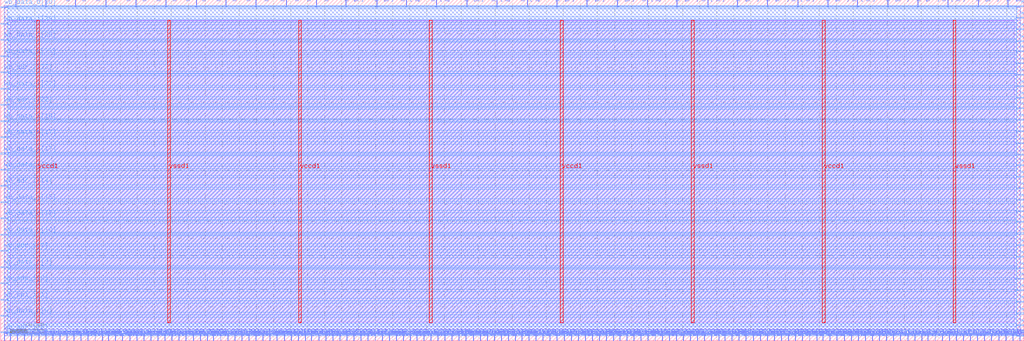
<source format=lef>
VERSION 5.7 ;
  NOWIREEXTENSIONATPIN ON ;
  DIVIDERCHAR "/" ;
  BUSBITCHARS "[]" ;
MACRO Flash
  CLASS BLOCK ;
  FOREIGN Flash ;
  ORIGIN 0.000 0.000 ;
  SIZE 600.000 BY 200.000 ;
  PIN flash_csb
    DIRECTION OUTPUT TRISTATE ;
    USE SIGNAL ;
    PORT
      LAYER met2 ;
        RECT 8.830 196.000 9.110 200.000 ;
    END
  END flash_csb
  PIN flash_io0_read
    DIRECTION INPUT ;
    USE SIGNAL ;
    PORT
      LAYER met2 ;
        RECT 26.310 196.000 26.590 200.000 ;
    END
  END flash_io0_read
  PIN flash_io0_we
    DIRECTION OUTPUT TRISTATE ;
    USE SIGNAL ;
    PORT
      LAYER met2 ;
        RECT 43.790 196.000 44.070 200.000 ;
    END
  END flash_io0_we
  PIN flash_io0_write
    DIRECTION OUTPUT TRISTATE ;
    USE SIGNAL ;
    PORT
      LAYER met2 ;
        RECT 61.730 196.000 62.010 200.000 ;
    END
  END flash_io0_write
  PIN flash_io1_read
    DIRECTION INPUT ;
    USE SIGNAL ;
    PORT
      LAYER met2 ;
        RECT 79.210 196.000 79.490 200.000 ;
    END
  END flash_io1_read
  PIN flash_io1_we
    DIRECTION OUTPUT TRISTATE ;
    USE SIGNAL ;
    PORT
      LAYER met2 ;
        RECT 96.690 196.000 96.970 200.000 ;
    END
  END flash_io1_we
  PIN flash_io1_write
    DIRECTION OUTPUT TRISTATE ;
    USE SIGNAL ;
    PORT
      LAYER met2 ;
        RECT 114.630 196.000 114.910 200.000 ;
    END
  END flash_io1_write
  PIN flash_sck
    DIRECTION OUTPUT TRISTATE ;
    USE SIGNAL ;
    PORT
      LAYER met2 ;
        RECT 132.110 196.000 132.390 200.000 ;
    END
  END flash_sck
  PIN sram_addr0[0]
    DIRECTION OUTPUT TRISTATE ;
    USE SIGNAL ;
    PORT
      LAYER met2 ;
        RECT 22.170 0.000 22.450 4.000 ;
    END
  END sram_addr0[0]
  PIN sram_addr0[1]
    DIRECTION OUTPUT TRISTATE ;
    USE SIGNAL ;
    PORT
      LAYER met2 ;
        RECT 47.010 0.000 47.290 4.000 ;
    END
  END sram_addr0[1]
  PIN sram_addr0[2]
    DIRECTION OUTPUT TRISTATE ;
    USE SIGNAL ;
    PORT
      LAYER met2 ;
        RECT 71.390 0.000 71.670 4.000 ;
    END
  END sram_addr0[2]
  PIN sram_addr0[3]
    DIRECTION OUTPUT TRISTATE ;
    USE SIGNAL ;
    PORT
      LAYER met2 ;
        RECT 96.230 0.000 96.510 4.000 ;
    END
  END sram_addr0[3]
  PIN sram_addr0[4]
    DIRECTION OUTPUT TRISTATE ;
    USE SIGNAL ;
    PORT
      LAYER met2 ;
        RECT 121.070 0.000 121.350 4.000 ;
    END
  END sram_addr0[4]
  PIN sram_addr0[5]
    DIRECTION OUTPUT TRISTATE ;
    USE SIGNAL ;
    PORT
      LAYER met2 ;
        RECT 141.310 0.000 141.590 4.000 ;
    END
  END sram_addr0[5]
  PIN sram_addr0[6]
    DIRECTION OUTPUT TRISTATE ;
    USE SIGNAL ;
    PORT
      LAYER met2 ;
        RECT 162.010 0.000 162.290 4.000 ;
    END
  END sram_addr0[6]
  PIN sram_addr0[7]
    DIRECTION OUTPUT TRISTATE ;
    USE SIGNAL ;
    PORT
      LAYER met2 ;
        RECT 182.250 0.000 182.530 4.000 ;
    END
  END sram_addr0[7]
  PIN sram_addr0[8]
    DIRECTION OUTPUT TRISTATE ;
    USE SIGNAL ;
    PORT
      LAYER met2 ;
        RECT 202.950 0.000 203.230 4.000 ;
    END
  END sram_addr0[8]
  PIN sram_addr1[0]
    DIRECTION OUTPUT TRISTATE ;
    USE SIGNAL ;
    PORT
      LAYER met2 ;
        RECT 26.310 0.000 26.590 4.000 ;
    END
  END sram_addr1[0]
  PIN sram_addr1[1]
    DIRECTION OUTPUT TRISTATE ;
    USE SIGNAL ;
    PORT
      LAYER met2 ;
        RECT 51.150 0.000 51.430 4.000 ;
    END
  END sram_addr1[1]
  PIN sram_addr1[2]
    DIRECTION OUTPUT TRISTATE ;
    USE SIGNAL ;
    PORT
      LAYER met2 ;
        RECT 75.530 0.000 75.810 4.000 ;
    END
  END sram_addr1[2]
  PIN sram_addr1[3]
    DIRECTION OUTPUT TRISTATE ;
    USE SIGNAL ;
    PORT
      LAYER met2 ;
        RECT 100.370 0.000 100.650 4.000 ;
    END
  END sram_addr1[3]
  PIN sram_addr1[4]
    DIRECTION OUTPUT TRISTATE ;
    USE SIGNAL ;
    PORT
      LAYER met2 ;
        RECT 124.750 0.000 125.030 4.000 ;
    END
  END sram_addr1[4]
  PIN sram_addr1[5]
    DIRECTION OUTPUT TRISTATE ;
    USE SIGNAL ;
    PORT
      LAYER met2 ;
        RECT 145.450 0.000 145.730 4.000 ;
    END
  END sram_addr1[5]
  PIN sram_addr1[6]
    DIRECTION OUTPUT TRISTATE ;
    USE SIGNAL ;
    PORT
      LAYER met2 ;
        RECT 166.150 0.000 166.430 4.000 ;
    END
  END sram_addr1[6]
  PIN sram_addr1[7]
    DIRECTION OUTPUT TRISTATE ;
    USE SIGNAL ;
    PORT
      LAYER met2 ;
        RECT 186.390 0.000 186.670 4.000 ;
    END
  END sram_addr1[7]
  PIN sram_addr1[8]
    DIRECTION OUTPUT TRISTATE ;
    USE SIGNAL ;
    PORT
      LAYER met2 ;
        RECT 207.090 0.000 207.370 4.000 ;
    END
  END sram_addr1[8]
  PIN sram_clk0
    DIRECTION OUTPUT TRISTATE ;
    USE SIGNAL ;
    PORT
      LAYER met2 ;
        RECT 1.930 0.000 2.210 4.000 ;
    END
  END sram_clk0
  PIN sram_clk1
    DIRECTION OUTPUT TRISTATE ;
    USE SIGNAL ;
    PORT
      LAYER met2 ;
        RECT 5.610 0.000 5.890 4.000 ;
    END
  END sram_clk1
  PIN sram_csb0
    DIRECTION OUTPUT TRISTATE ;
    USE SIGNAL ;
    PORT
      LAYER met2 ;
        RECT 9.750 0.000 10.030 4.000 ;
    END
  END sram_csb0
  PIN sram_csb1
    DIRECTION OUTPUT TRISTATE ;
    USE SIGNAL ;
    PORT
      LAYER met2 ;
        RECT 13.890 0.000 14.170 4.000 ;
    END
  END sram_csb1
  PIN sram_din0[0]
    DIRECTION OUTPUT TRISTATE ;
    USE SIGNAL ;
    PORT
      LAYER met2 ;
        RECT 30.450 0.000 30.730 4.000 ;
    END
  END sram_din0[0]
  PIN sram_din0[10]
    DIRECTION OUTPUT TRISTATE ;
    USE SIGNAL ;
    PORT
      LAYER met2 ;
        RECT 236.070 0.000 236.350 4.000 ;
    END
  END sram_din0[10]
  PIN sram_din0[11]
    DIRECTION OUTPUT TRISTATE ;
    USE SIGNAL ;
    PORT
      LAYER met2 ;
        RECT 248.030 0.000 248.310 4.000 ;
    END
  END sram_din0[11]
  PIN sram_din0[12]
    DIRECTION OUTPUT TRISTATE ;
    USE SIGNAL ;
    PORT
      LAYER met2 ;
        RECT 260.450 0.000 260.730 4.000 ;
    END
  END sram_din0[12]
  PIN sram_din0[13]
    DIRECTION OUTPUT TRISTATE ;
    USE SIGNAL ;
    PORT
      LAYER met2 ;
        RECT 272.870 0.000 273.150 4.000 ;
    END
  END sram_din0[13]
  PIN sram_din0[14]
    DIRECTION OUTPUT TRISTATE ;
    USE SIGNAL ;
    PORT
      LAYER met2 ;
        RECT 285.290 0.000 285.570 4.000 ;
    END
  END sram_din0[14]
  PIN sram_din0[15]
    DIRECTION OUTPUT TRISTATE ;
    USE SIGNAL ;
    PORT
      LAYER met2 ;
        RECT 297.710 0.000 297.990 4.000 ;
    END
  END sram_din0[15]
  PIN sram_din0[16]
    DIRECTION OUTPUT TRISTATE ;
    USE SIGNAL ;
    PORT
      LAYER met2 ;
        RECT 309.670 0.000 309.950 4.000 ;
    END
  END sram_din0[16]
  PIN sram_din0[17]
    DIRECTION OUTPUT TRISTATE ;
    USE SIGNAL ;
    PORT
      LAYER met2 ;
        RECT 322.090 0.000 322.370 4.000 ;
    END
  END sram_din0[17]
  PIN sram_din0[18]
    DIRECTION OUTPUT TRISTATE ;
    USE SIGNAL ;
    PORT
      LAYER met2 ;
        RECT 334.510 0.000 334.790 4.000 ;
    END
  END sram_din0[18]
  PIN sram_din0[19]
    DIRECTION OUTPUT TRISTATE ;
    USE SIGNAL ;
    PORT
      LAYER met2 ;
        RECT 346.930 0.000 347.210 4.000 ;
    END
  END sram_din0[19]
  PIN sram_din0[1]
    DIRECTION OUTPUT TRISTATE ;
    USE SIGNAL ;
    PORT
      LAYER met2 ;
        RECT 55.290 0.000 55.570 4.000 ;
    END
  END sram_din0[1]
  PIN sram_din0[20]
    DIRECTION OUTPUT TRISTATE ;
    USE SIGNAL ;
    PORT
      LAYER met2 ;
        RECT 359.350 0.000 359.630 4.000 ;
    END
  END sram_din0[20]
  PIN sram_din0[21]
    DIRECTION OUTPUT TRISTATE ;
    USE SIGNAL ;
    PORT
      LAYER met2 ;
        RECT 371.310 0.000 371.590 4.000 ;
    END
  END sram_din0[21]
  PIN sram_din0[22]
    DIRECTION OUTPUT TRISTATE ;
    USE SIGNAL ;
    PORT
      LAYER met2 ;
        RECT 383.730 0.000 384.010 4.000 ;
    END
  END sram_din0[22]
  PIN sram_din0[23]
    DIRECTION OUTPUT TRISTATE ;
    USE SIGNAL ;
    PORT
      LAYER met2 ;
        RECT 396.150 0.000 396.430 4.000 ;
    END
  END sram_din0[23]
  PIN sram_din0[24]
    DIRECTION OUTPUT TRISTATE ;
    USE SIGNAL ;
    PORT
      LAYER met2 ;
        RECT 408.570 0.000 408.850 4.000 ;
    END
  END sram_din0[24]
  PIN sram_din0[25]
    DIRECTION OUTPUT TRISTATE ;
    USE SIGNAL ;
    PORT
      LAYER met2 ;
        RECT 420.990 0.000 421.270 4.000 ;
    END
  END sram_din0[25]
  PIN sram_din0[26]
    DIRECTION OUTPUT TRISTATE ;
    USE SIGNAL ;
    PORT
      LAYER met2 ;
        RECT 432.950 0.000 433.230 4.000 ;
    END
  END sram_din0[26]
  PIN sram_din0[27]
    DIRECTION OUTPUT TRISTATE ;
    USE SIGNAL ;
    PORT
      LAYER met2 ;
        RECT 445.370 0.000 445.650 4.000 ;
    END
  END sram_din0[27]
  PIN sram_din0[28]
    DIRECTION OUTPUT TRISTATE ;
    USE SIGNAL ;
    PORT
      LAYER met2 ;
        RECT 457.790 0.000 458.070 4.000 ;
    END
  END sram_din0[28]
  PIN sram_din0[29]
    DIRECTION OUTPUT TRISTATE ;
    USE SIGNAL ;
    PORT
      LAYER met2 ;
        RECT 470.210 0.000 470.490 4.000 ;
    END
  END sram_din0[29]
  PIN sram_din0[2]
    DIRECTION OUTPUT TRISTATE ;
    USE SIGNAL ;
    PORT
      LAYER met2 ;
        RECT 79.670 0.000 79.950 4.000 ;
    END
  END sram_din0[2]
  PIN sram_din0[30]
    DIRECTION OUTPUT TRISTATE ;
    USE SIGNAL ;
    PORT
      LAYER met2 ;
        RECT 482.170 0.000 482.450 4.000 ;
    END
  END sram_din0[30]
  PIN sram_din0[31]
    DIRECTION OUTPUT TRISTATE ;
    USE SIGNAL ;
    PORT
      LAYER met2 ;
        RECT 494.590 0.000 494.870 4.000 ;
    END
  END sram_din0[31]
  PIN sram_din0[3]
    DIRECTION OUTPUT TRISTATE ;
    USE SIGNAL ;
    PORT
      LAYER met2 ;
        RECT 104.510 0.000 104.790 4.000 ;
    END
  END sram_din0[3]
  PIN sram_din0[4]
    DIRECTION OUTPUT TRISTATE ;
    USE SIGNAL ;
    PORT
      LAYER met2 ;
        RECT 128.890 0.000 129.170 4.000 ;
    END
  END sram_din0[4]
  PIN sram_din0[5]
    DIRECTION OUTPUT TRISTATE ;
    USE SIGNAL ;
    PORT
      LAYER met2 ;
        RECT 149.590 0.000 149.870 4.000 ;
    END
  END sram_din0[5]
  PIN sram_din0[6]
    DIRECTION OUTPUT TRISTATE ;
    USE SIGNAL ;
    PORT
      LAYER met2 ;
        RECT 170.290 0.000 170.570 4.000 ;
    END
  END sram_din0[6]
  PIN sram_din0[7]
    DIRECTION OUTPUT TRISTATE ;
    USE SIGNAL ;
    PORT
      LAYER met2 ;
        RECT 190.530 0.000 190.810 4.000 ;
    END
  END sram_din0[7]
  PIN sram_din0[8]
    DIRECTION OUTPUT TRISTATE ;
    USE SIGNAL ;
    PORT
      LAYER met2 ;
        RECT 211.230 0.000 211.510 4.000 ;
    END
  END sram_din0[8]
  PIN sram_din0[9]
    DIRECTION OUTPUT TRISTATE ;
    USE SIGNAL ;
    PORT
      LAYER met2 ;
        RECT 223.650 0.000 223.930 4.000 ;
    END
  END sram_din0[9]
  PIN sram_dout0[0]
    DIRECTION INPUT ;
    USE SIGNAL ;
    PORT
      LAYER met2 ;
        RECT 34.590 0.000 34.870 4.000 ;
    END
  END sram_dout0[0]
  PIN sram_dout0[10]
    DIRECTION INPUT ;
    USE SIGNAL ;
    PORT
      LAYER met2 ;
        RECT 240.210 0.000 240.490 4.000 ;
    END
  END sram_dout0[10]
  PIN sram_dout0[11]
    DIRECTION INPUT ;
    USE SIGNAL ;
    PORT
      LAYER met2 ;
        RECT 252.170 0.000 252.450 4.000 ;
    END
  END sram_dout0[11]
  PIN sram_dout0[12]
    DIRECTION INPUT ;
    USE SIGNAL ;
    PORT
      LAYER met2 ;
        RECT 264.590 0.000 264.870 4.000 ;
    END
  END sram_dout0[12]
  PIN sram_dout0[13]
    DIRECTION INPUT ;
    USE SIGNAL ;
    PORT
      LAYER met2 ;
        RECT 277.010 0.000 277.290 4.000 ;
    END
  END sram_dout0[13]
  PIN sram_dout0[14]
    DIRECTION INPUT ;
    USE SIGNAL ;
    PORT
      LAYER met2 ;
        RECT 289.430 0.000 289.710 4.000 ;
    END
  END sram_dout0[14]
  PIN sram_dout0[15]
    DIRECTION INPUT ;
    USE SIGNAL ;
    PORT
      LAYER met2 ;
        RECT 301.850 0.000 302.130 4.000 ;
    END
  END sram_dout0[15]
  PIN sram_dout0[16]
    DIRECTION INPUT ;
    USE SIGNAL ;
    PORT
      LAYER met2 ;
        RECT 313.810 0.000 314.090 4.000 ;
    END
  END sram_dout0[16]
  PIN sram_dout0[17]
    DIRECTION INPUT ;
    USE SIGNAL ;
    PORT
      LAYER met2 ;
        RECT 326.230 0.000 326.510 4.000 ;
    END
  END sram_dout0[17]
  PIN sram_dout0[18]
    DIRECTION INPUT ;
    USE SIGNAL ;
    PORT
      LAYER met2 ;
        RECT 338.650 0.000 338.930 4.000 ;
    END
  END sram_dout0[18]
  PIN sram_dout0[19]
    DIRECTION INPUT ;
    USE SIGNAL ;
    PORT
      LAYER met2 ;
        RECT 351.070 0.000 351.350 4.000 ;
    END
  END sram_dout0[19]
  PIN sram_dout0[1]
    DIRECTION INPUT ;
    USE SIGNAL ;
    PORT
      LAYER met2 ;
        RECT 59.430 0.000 59.710 4.000 ;
    END
  END sram_dout0[1]
  PIN sram_dout0[20]
    DIRECTION INPUT ;
    USE SIGNAL ;
    PORT
      LAYER met2 ;
        RECT 363.030 0.000 363.310 4.000 ;
    END
  END sram_dout0[20]
  PIN sram_dout0[21]
    DIRECTION INPUT ;
    USE SIGNAL ;
    PORT
      LAYER met2 ;
        RECT 375.450 0.000 375.730 4.000 ;
    END
  END sram_dout0[21]
  PIN sram_dout0[22]
    DIRECTION INPUT ;
    USE SIGNAL ;
    PORT
      LAYER met2 ;
        RECT 387.870 0.000 388.150 4.000 ;
    END
  END sram_dout0[22]
  PIN sram_dout0[23]
    DIRECTION INPUT ;
    USE SIGNAL ;
    PORT
      LAYER met2 ;
        RECT 400.290 0.000 400.570 4.000 ;
    END
  END sram_dout0[23]
  PIN sram_dout0[24]
    DIRECTION INPUT ;
    USE SIGNAL ;
    PORT
      LAYER met2 ;
        RECT 412.710 0.000 412.990 4.000 ;
    END
  END sram_dout0[24]
  PIN sram_dout0[25]
    DIRECTION INPUT ;
    USE SIGNAL ;
    PORT
      LAYER met2 ;
        RECT 424.670 0.000 424.950 4.000 ;
    END
  END sram_dout0[25]
  PIN sram_dout0[26]
    DIRECTION INPUT ;
    USE SIGNAL ;
    PORT
      LAYER met2 ;
        RECT 437.090 0.000 437.370 4.000 ;
    END
  END sram_dout0[26]
  PIN sram_dout0[27]
    DIRECTION INPUT ;
    USE SIGNAL ;
    PORT
      LAYER met2 ;
        RECT 449.510 0.000 449.790 4.000 ;
    END
  END sram_dout0[27]
  PIN sram_dout0[28]
    DIRECTION INPUT ;
    USE SIGNAL ;
    PORT
      LAYER met2 ;
        RECT 461.930 0.000 462.210 4.000 ;
    END
  END sram_dout0[28]
  PIN sram_dout0[29]
    DIRECTION INPUT ;
    USE SIGNAL ;
    PORT
      LAYER met2 ;
        RECT 474.350 0.000 474.630 4.000 ;
    END
  END sram_dout0[29]
  PIN sram_dout0[2]
    DIRECTION INPUT ;
    USE SIGNAL ;
    PORT
      LAYER met2 ;
        RECT 83.810 0.000 84.090 4.000 ;
    END
  END sram_dout0[2]
  PIN sram_dout0[30]
    DIRECTION INPUT ;
    USE SIGNAL ;
    PORT
      LAYER met2 ;
        RECT 486.310 0.000 486.590 4.000 ;
    END
  END sram_dout0[30]
  PIN sram_dout0[31]
    DIRECTION INPUT ;
    USE SIGNAL ;
    PORT
      LAYER met2 ;
        RECT 498.730 0.000 499.010 4.000 ;
    END
  END sram_dout0[31]
  PIN sram_dout0[3]
    DIRECTION INPUT ;
    USE SIGNAL ;
    PORT
      LAYER met2 ;
        RECT 108.650 0.000 108.930 4.000 ;
    END
  END sram_dout0[3]
  PIN sram_dout0[4]
    DIRECTION INPUT ;
    USE SIGNAL ;
    PORT
      LAYER met2 ;
        RECT 133.030 0.000 133.310 4.000 ;
    END
  END sram_dout0[4]
  PIN sram_dout0[5]
    DIRECTION INPUT ;
    USE SIGNAL ;
    PORT
      LAYER met2 ;
        RECT 153.730 0.000 154.010 4.000 ;
    END
  END sram_dout0[5]
  PIN sram_dout0[6]
    DIRECTION INPUT ;
    USE SIGNAL ;
    PORT
      LAYER met2 ;
        RECT 174.430 0.000 174.710 4.000 ;
    END
  END sram_dout0[6]
  PIN sram_dout0[7]
    DIRECTION INPUT ;
    USE SIGNAL ;
    PORT
      LAYER met2 ;
        RECT 194.670 0.000 194.950 4.000 ;
    END
  END sram_dout0[7]
  PIN sram_dout0[8]
    DIRECTION INPUT ;
    USE SIGNAL ;
    PORT
      LAYER met2 ;
        RECT 215.370 0.000 215.650 4.000 ;
    END
  END sram_dout0[8]
  PIN sram_dout0[9]
    DIRECTION INPUT ;
    USE SIGNAL ;
    PORT
      LAYER met2 ;
        RECT 227.790 0.000 228.070 4.000 ;
    END
  END sram_dout0[9]
  PIN sram_dout1[0]
    DIRECTION INPUT ;
    USE SIGNAL ;
    PORT
      LAYER met2 ;
        RECT 38.730 0.000 39.010 4.000 ;
    END
  END sram_dout1[0]
  PIN sram_dout1[10]
    DIRECTION INPUT ;
    USE SIGNAL ;
    PORT
      LAYER met2 ;
        RECT 243.890 0.000 244.170 4.000 ;
    END
  END sram_dout1[10]
  PIN sram_dout1[11]
    DIRECTION INPUT ;
    USE SIGNAL ;
    PORT
      LAYER met2 ;
        RECT 256.310 0.000 256.590 4.000 ;
    END
  END sram_dout1[11]
  PIN sram_dout1[12]
    DIRECTION INPUT ;
    USE SIGNAL ;
    PORT
      LAYER met2 ;
        RECT 268.730 0.000 269.010 4.000 ;
    END
  END sram_dout1[12]
  PIN sram_dout1[13]
    DIRECTION INPUT ;
    USE SIGNAL ;
    PORT
      LAYER met2 ;
        RECT 281.150 0.000 281.430 4.000 ;
    END
  END sram_dout1[13]
  PIN sram_dout1[14]
    DIRECTION INPUT ;
    USE SIGNAL ;
    PORT
      LAYER met2 ;
        RECT 293.570 0.000 293.850 4.000 ;
    END
  END sram_dout1[14]
  PIN sram_dout1[15]
    DIRECTION INPUT ;
    USE SIGNAL ;
    PORT
      LAYER met2 ;
        RECT 305.530 0.000 305.810 4.000 ;
    END
  END sram_dout1[15]
  PIN sram_dout1[16]
    DIRECTION INPUT ;
    USE SIGNAL ;
    PORT
      LAYER met2 ;
        RECT 317.950 0.000 318.230 4.000 ;
    END
  END sram_dout1[16]
  PIN sram_dout1[17]
    DIRECTION INPUT ;
    USE SIGNAL ;
    PORT
      LAYER met2 ;
        RECT 330.370 0.000 330.650 4.000 ;
    END
  END sram_dout1[17]
  PIN sram_dout1[18]
    DIRECTION INPUT ;
    USE SIGNAL ;
    PORT
      LAYER met2 ;
        RECT 342.790 0.000 343.070 4.000 ;
    END
  END sram_dout1[18]
  PIN sram_dout1[19]
    DIRECTION INPUT ;
    USE SIGNAL ;
    PORT
      LAYER met2 ;
        RECT 355.210 0.000 355.490 4.000 ;
    END
  END sram_dout1[19]
  PIN sram_dout1[1]
    DIRECTION INPUT ;
    USE SIGNAL ;
    PORT
      LAYER met2 ;
        RECT 63.110 0.000 63.390 4.000 ;
    END
  END sram_dout1[1]
  PIN sram_dout1[20]
    DIRECTION INPUT ;
    USE SIGNAL ;
    PORT
      LAYER met2 ;
        RECT 367.170 0.000 367.450 4.000 ;
    END
  END sram_dout1[20]
  PIN sram_dout1[21]
    DIRECTION INPUT ;
    USE SIGNAL ;
    PORT
      LAYER met2 ;
        RECT 379.590 0.000 379.870 4.000 ;
    END
  END sram_dout1[21]
  PIN sram_dout1[22]
    DIRECTION INPUT ;
    USE SIGNAL ;
    PORT
      LAYER met2 ;
        RECT 392.010 0.000 392.290 4.000 ;
    END
  END sram_dout1[22]
  PIN sram_dout1[23]
    DIRECTION INPUT ;
    USE SIGNAL ;
    PORT
      LAYER met2 ;
        RECT 404.430 0.000 404.710 4.000 ;
    END
  END sram_dout1[23]
  PIN sram_dout1[24]
    DIRECTION INPUT ;
    USE SIGNAL ;
    PORT
      LAYER met2 ;
        RECT 416.850 0.000 417.130 4.000 ;
    END
  END sram_dout1[24]
  PIN sram_dout1[25]
    DIRECTION INPUT ;
    USE SIGNAL ;
    PORT
      LAYER met2 ;
        RECT 428.810 0.000 429.090 4.000 ;
    END
  END sram_dout1[25]
  PIN sram_dout1[26]
    DIRECTION INPUT ;
    USE SIGNAL ;
    PORT
      LAYER met2 ;
        RECT 441.230 0.000 441.510 4.000 ;
    END
  END sram_dout1[26]
  PIN sram_dout1[27]
    DIRECTION INPUT ;
    USE SIGNAL ;
    PORT
      LAYER met2 ;
        RECT 453.650 0.000 453.930 4.000 ;
    END
  END sram_dout1[27]
  PIN sram_dout1[28]
    DIRECTION INPUT ;
    USE SIGNAL ;
    PORT
      LAYER met2 ;
        RECT 466.070 0.000 466.350 4.000 ;
    END
  END sram_dout1[28]
  PIN sram_dout1[29]
    DIRECTION INPUT ;
    USE SIGNAL ;
    PORT
      LAYER met2 ;
        RECT 478.490 0.000 478.770 4.000 ;
    END
  END sram_dout1[29]
  PIN sram_dout1[2]
    DIRECTION INPUT ;
    USE SIGNAL ;
    PORT
      LAYER met2 ;
        RECT 87.950 0.000 88.230 4.000 ;
    END
  END sram_dout1[2]
  PIN sram_dout1[30]
    DIRECTION INPUT ;
    USE SIGNAL ;
    PORT
      LAYER met2 ;
        RECT 490.450 0.000 490.730 4.000 ;
    END
  END sram_dout1[30]
  PIN sram_dout1[31]
    DIRECTION INPUT ;
    USE SIGNAL ;
    PORT
      LAYER met2 ;
        RECT 502.870 0.000 503.150 4.000 ;
    END
  END sram_dout1[31]
  PIN sram_dout1[3]
    DIRECTION INPUT ;
    USE SIGNAL ;
    PORT
      LAYER met2 ;
        RECT 112.790 0.000 113.070 4.000 ;
    END
  END sram_dout1[3]
  PIN sram_dout1[4]
    DIRECTION INPUT ;
    USE SIGNAL ;
    PORT
      LAYER met2 ;
        RECT 137.170 0.000 137.450 4.000 ;
    END
  END sram_dout1[4]
  PIN sram_dout1[5]
    DIRECTION INPUT ;
    USE SIGNAL ;
    PORT
      LAYER met2 ;
        RECT 157.870 0.000 158.150 4.000 ;
    END
  END sram_dout1[5]
  PIN sram_dout1[6]
    DIRECTION INPUT ;
    USE SIGNAL ;
    PORT
      LAYER met2 ;
        RECT 178.570 0.000 178.850 4.000 ;
    END
  END sram_dout1[6]
  PIN sram_dout1[7]
    DIRECTION INPUT ;
    USE SIGNAL ;
    PORT
      LAYER met2 ;
        RECT 198.810 0.000 199.090 4.000 ;
    END
  END sram_dout1[7]
  PIN sram_dout1[8]
    DIRECTION INPUT ;
    USE SIGNAL ;
    PORT
      LAYER met2 ;
        RECT 219.510 0.000 219.790 4.000 ;
    END
  END sram_dout1[8]
  PIN sram_dout1[9]
    DIRECTION INPUT ;
    USE SIGNAL ;
    PORT
      LAYER met2 ;
        RECT 231.930 0.000 232.210 4.000 ;
    END
  END sram_dout1[9]
  PIN sram_web0
    DIRECTION OUTPUT TRISTATE ;
    USE SIGNAL ;
    PORT
      LAYER met2 ;
        RECT 18.030 0.000 18.310 4.000 ;
    END
  END sram_web0
  PIN sram_wmask0[0]
    DIRECTION OUTPUT TRISTATE ;
    USE SIGNAL ;
    PORT
      LAYER met2 ;
        RECT 42.870 0.000 43.150 4.000 ;
    END
  END sram_wmask0[0]
  PIN sram_wmask0[1]
    DIRECTION OUTPUT TRISTATE ;
    USE SIGNAL ;
    PORT
      LAYER met2 ;
        RECT 67.250 0.000 67.530 4.000 ;
    END
  END sram_wmask0[1]
  PIN sram_wmask0[2]
    DIRECTION OUTPUT TRISTATE ;
    USE SIGNAL ;
    PORT
      LAYER met2 ;
        RECT 92.090 0.000 92.370 4.000 ;
    END
  END sram_wmask0[2]
  PIN sram_wmask0[3]
    DIRECTION OUTPUT TRISTATE ;
    USE SIGNAL ;
    PORT
      LAYER met2 ;
        RECT 116.930 0.000 117.210 4.000 ;
    END
  END sram_wmask0[3]
  PIN vccd1
    DIRECTION INOUT ;
    USE POWER ;
    PORT
      LAYER met4 ;
        RECT 21.040 10.640 22.640 187.920 ;
    END
    PORT
      LAYER met4 ;
        RECT 174.640 10.640 176.240 187.920 ;
    END
    PORT
      LAYER met4 ;
        RECT 328.240 10.640 329.840 187.920 ;
    END
    PORT
      LAYER met4 ;
        RECT 481.840 10.640 483.440 187.920 ;
    END
  END vccd1
  PIN vssd1
    DIRECTION INOUT ;
    USE GROUND ;
    PORT
      LAYER met4 ;
        RECT 97.840 10.640 99.440 187.920 ;
    END
    PORT
      LAYER met4 ;
        RECT 251.440 10.640 253.040 187.920 ;
    END
    PORT
      LAYER met4 ;
        RECT 405.040 10.640 406.640 187.920 ;
    END
    PORT
      LAYER met4 ;
        RECT 558.640 10.640 560.240 187.920 ;
    END
  END vssd1
  PIN wb_ack_o
    DIRECTION OUTPUT TRISTATE ;
    USE SIGNAL ;
    PORT
      LAYER met2 ;
        RECT 507.010 0.000 507.290 4.000 ;
    END
  END wb_ack_o
  PIN wb_adr_i[0]
    DIRECTION INPUT ;
    USE SIGNAL ;
    PORT
      LAYER met3 ;
        RECT 0.000 4.800 4.000 5.400 ;
    END
  END wb_adr_i[0]
  PIN wb_adr_i[10]
    DIRECTION INPUT ;
    USE SIGNAL ;
    PORT
      LAYER met3 ;
        RECT 596.000 95.920 600.000 96.520 ;
    END
  END wb_adr_i[10]
  PIN wb_adr_i[11]
    DIRECTION INPUT ;
    USE SIGNAL ;
    PORT
      LAYER met2 ;
        RECT 396.610 196.000 396.890 200.000 ;
    END
  END wb_adr_i[11]
  PIN wb_adr_i[12]
    DIRECTION INPUT ;
    USE SIGNAL ;
    PORT
      LAYER met2 ;
        RECT 547.950 0.000 548.230 4.000 ;
    END
  END wb_adr_i[12]
  PIN wb_adr_i[13]
    DIRECTION INPUT ;
    USE SIGNAL ;
    PORT
      LAYER met3 ;
        RECT 596.000 102.720 600.000 103.320 ;
    END
  END wb_adr_i[13]
  PIN wb_adr_i[14]
    DIRECTION INPUT ;
    USE SIGNAL ;
    PORT
      LAYER met3 ;
        RECT 0.000 90.480 4.000 91.080 ;
    END
  END wb_adr_i[14]
  PIN wb_adr_i[15]
    DIRECTION INPUT ;
    USE SIGNAL ;
    PORT
      LAYER met2 ;
        RECT 556.230 0.000 556.510 4.000 ;
    END
  END wb_adr_i[15]
  PIN wb_adr_i[16]
    DIRECTION INPUT ;
    USE SIGNAL ;
    PORT
      LAYER met2 ;
        RECT 449.510 196.000 449.790 200.000 ;
    END
  END wb_adr_i[16]
  PIN wb_adr_i[17]
    DIRECTION INPUT ;
    USE SIGNAL ;
    PORT
      LAYER met2 ;
        RECT 484.930 196.000 485.210 200.000 ;
    END
  END wb_adr_i[17]
  PIN wb_adr_i[18]
    DIRECTION INPUT ;
    USE SIGNAL ;
    PORT
      LAYER met2 ;
        RECT 568.650 0.000 568.930 4.000 ;
    END
  END wb_adr_i[18]
  PIN wb_adr_i[19]
    DIRECTION INPUT ;
    USE SIGNAL ;
    PORT
      LAYER met3 ;
        RECT 596.000 129.240 600.000 129.840 ;
    END
  END wb_adr_i[19]
  PIN wb_adr_i[1]
    DIRECTION INPUT ;
    USE SIGNAL ;
    PORT
      LAYER met3 ;
        RECT 596.000 29.280 600.000 29.880 ;
    END
  END wb_adr_i[1]
  PIN wb_adr_i[20]
    DIRECTION INPUT ;
    USE SIGNAL ;
    PORT
      LAYER met2 ;
        RECT 576.930 0.000 577.210 4.000 ;
    END
  END wb_adr_i[20]
  PIN wb_adr_i[21]
    DIRECTION INPUT ;
    USE SIGNAL ;
    PORT
      LAYER met2 ;
        RECT 537.830 196.000 538.110 200.000 ;
    END
  END wb_adr_i[21]
  PIN wb_adr_i[22]
    DIRECTION INPUT ;
    USE SIGNAL ;
    PORT
      LAYER met3 ;
        RECT 0.000 138.080 4.000 138.680 ;
    END
  END wb_adr_i[22]
  PIN wb_adr_i[23]
    DIRECTION INPUT ;
    USE SIGNAL ;
    PORT
      LAYER met3 ;
        RECT 0.000 157.120 4.000 157.720 ;
    END
  END wb_adr_i[23]
  PIN wb_adr_i[2]
    DIRECTION INPUT ;
    USE SIGNAL ;
    PORT
      LAYER met3 ;
        RECT 0.000 33.360 4.000 33.960 ;
    END
  END wb_adr_i[2]
  PIN wb_adr_i[3]
    DIRECTION INPUT ;
    USE SIGNAL ;
    PORT
      LAYER met3 ;
        RECT 596.000 62.600 600.000 63.200 ;
    END
  END wb_adr_i[3]
  PIN wb_adr_i[4]
    DIRECTION INPUT ;
    USE SIGNAL ;
    PORT
      LAYER met2 ;
        RECT 237.910 196.000 238.190 200.000 ;
    END
  END wb_adr_i[4]
  PIN wb_adr_i[5]
    DIRECTION INPUT ;
    USE SIGNAL ;
    PORT
      LAYER met2 ;
        RECT 273.330 196.000 273.610 200.000 ;
    END
  END wb_adr_i[5]
  PIN wb_adr_i[6]
    DIRECTION INPUT ;
    USE SIGNAL ;
    PORT
      LAYER met2 ;
        RECT 290.810 196.000 291.090 200.000 ;
    END
  END wb_adr_i[6]
  PIN wb_adr_i[7]
    DIRECTION INPUT ;
    USE SIGNAL ;
    PORT
      LAYER met3 ;
        RECT 0.000 52.400 4.000 53.000 ;
    END
  END wb_adr_i[7]
  PIN wb_adr_i[8]
    DIRECTION INPUT ;
    USE SIGNAL ;
    PORT
      LAYER met2 ;
        RECT 535.990 0.000 536.270 4.000 ;
    END
  END wb_adr_i[8]
  PIN wb_adr_i[9]
    DIRECTION INPUT ;
    USE SIGNAL ;
    PORT
      LAYER met2 ;
        RECT 361.650 196.000 361.930 200.000 ;
    END
  END wb_adr_i[9]
  PIN wb_clk_i
    DIRECTION INPUT ;
    USE SIGNAL ;
    PORT
      LAYER met2 ;
        RECT 149.590 196.000 149.870 200.000 ;
    END
  END wb_clk_i
  PIN wb_cyc_i
    DIRECTION INPUT ;
    USE SIGNAL ;
    PORT
      LAYER met3 ;
        RECT 596.000 2.760 600.000 3.360 ;
    END
  END wb_cyc_i
  PIN wb_data_i[0]
    DIRECTION INPUT ;
    USE SIGNAL ;
    PORT
      LAYER met2 ;
        RECT 185.010 196.000 185.290 200.000 ;
    END
  END wb_data_i[0]
  PIN wb_data_i[10]
    DIRECTION INPUT ;
    USE SIGNAL ;
    PORT
      LAYER met2 ;
        RECT 379.130 196.000 379.410 200.000 ;
    END
  END wb_data_i[10]
  PIN wb_data_i[11]
    DIRECTION INPUT ;
    USE SIGNAL ;
    PORT
      LAYER met2 ;
        RECT 414.550 196.000 414.830 200.000 ;
    END
  END wb_data_i[11]
  PIN wb_data_i[12]
    DIRECTION INPUT ;
    USE SIGNAL ;
    PORT
      LAYER met2 ;
        RECT 552.090 0.000 552.370 4.000 ;
    END
  END wb_data_i[12]
  PIN wb_data_i[13]
    DIRECTION INPUT ;
    USE SIGNAL ;
    PORT
      LAYER met3 ;
        RECT 0.000 80.960 4.000 81.560 ;
    END
  END wb_data_i[13]
  PIN wb_data_i[14]
    DIRECTION INPUT ;
    USE SIGNAL ;
    PORT
      LAYER met3 ;
        RECT 0.000 100.000 4.000 100.600 ;
    END
  END wb_data_i[14]
  PIN wb_data_i[15]
    DIRECTION INPUT ;
    USE SIGNAL ;
    PORT
      LAYER met2 ;
        RECT 560.370 0.000 560.650 4.000 ;
    END
  END wb_data_i[15]
  PIN wb_data_i[16]
    DIRECTION INPUT ;
    USE SIGNAL ;
    PORT
      LAYER met2 ;
        RECT 467.450 196.000 467.730 200.000 ;
    END
  END wb_data_i[16]
  PIN wb_data_i[17]
    DIRECTION INPUT ;
    USE SIGNAL ;
    PORT
      LAYER met3 ;
        RECT 0.000 109.520 4.000 110.120 ;
    END
  END wb_data_i[17]
  PIN wb_data_i[18]
    DIRECTION INPUT ;
    USE SIGNAL ;
    PORT
      LAYER met3 ;
        RECT 596.000 122.440 600.000 123.040 ;
    END
  END wb_data_i[18]
  PIN wb_data_i[19]
    DIRECTION INPUT ;
    USE SIGNAL ;
    PORT
      LAYER met3 ;
        RECT 0.000 128.560 4.000 129.160 ;
    END
  END wb_data_i[19]
  PIN wb_data_i[1]
    DIRECTION INPUT ;
    USE SIGNAL ;
    PORT
      LAYER met3 ;
        RECT 596.000 36.080 600.000 36.680 ;
    END
  END wb_data_i[1]
  PIN wb_data_i[20]
    DIRECTION INPUT ;
    USE SIGNAL ;
    PORT
      LAYER met2 ;
        RECT 520.350 196.000 520.630 200.000 ;
    END
  END wb_data_i[20]
  PIN wb_data_i[21]
    DIRECTION INPUT ;
    USE SIGNAL ;
    PORT
      LAYER met2 ;
        RECT 555.310 196.000 555.590 200.000 ;
    END
  END wb_data_i[21]
  PIN wb_data_i[22]
    DIRECTION INPUT ;
    USE SIGNAL ;
    PORT
      LAYER met3 ;
        RECT 0.000 147.600 4.000 148.200 ;
    END
  END wb_data_i[22]
  PIN wb_data_i[23]
    DIRECTION INPUT ;
    USE SIGNAL ;
    PORT
      LAYER met3 ;
        RECT 596.000 142.160 600.000 142.760 ;
    END
  END wb_data_i[23]
  PIN wb_data_i[24]
    DIRECTION INPUT ;
    USE SIGNAL ;
    PORT
      LAYER met3 ;
        RECT 596.000 148.960 600.000 149.560 ;
    END
  END wb_data_i[24]
  PIN wb_data_i[25]
    DIRECTION INPUT ;
    USE SIGNAL ;
    PORT
      LAYER met3 ;
        RECT 0.000 176.160 4.000 176.760 ;
    END
  END wb_data_i[25]
  PIN wb_data_i[26]
    DIRECTION INPUT ;
    USE SIGNAL ;
    PORT
      LAYER met2 ;
        RECT 590.730 196.000 591.010 200.000 ;
    END
  END wb_data_i[26]
  PIN wb_data_i[27]
    DIRECTION INPUT ;
    USE SIGNAL ;
    PORT
      LAYER met3 ;
        RECT 596.000 169.360 600.000 169.960 ;
    END
  END wb_data_i[27]
  PIN wb_data_i[28]
    DIRECTION INPUT ;
    USE SIGNAL ;
    PORT
      LAYER met3 ;
        RECT 596.000 182.280 600.000 182.880 ;
    END
  END wb_data_i[28]
  PIN wb_data_i[29]
    DIRECTION INPUT ;
    USE SIGNAL ;
    PORT
      LAYER met2 ;
        RECT 589.350 0.000 589.630 4.000 ;
    END
  END wb_data_i[29]
  PIN wb_data_i[2]
    DIRECTION INPUT ;
    USE SIGNAL ;
    PORT
      LAYER met3 ;
        RECT 596.000 49.000 600.000 49.600 ;
    END
  END wb_data_i[2]
  PIN wb_data_i[30]
    DIRECTION INPUT ;
    USE SIGNAL ;
    PORT
      LAYER met3 ;
        RECT 0.000 185.680 4.000 186.280 ;
    END
  END wb_data_i[30]
  PIN wb_data_i[31]
    DIRECTION INPUT ;
    USE SIGNAL ;
    PORT
      LAYER met2 ;
        RECT 593.490 0.000 593.770 4.000 ;
    END
  END wb_data_i[31]
  PIN wb_data_i[3]
    DIRECTION INPUT ;
    USE SIGNAL ;
    PORT
      LAYER met2 ;
        RECT 202.490 196.000 202.770 200.000 ;
    END
  END wb_data_i[3]
  PIN wb_data_i[4]
    DIRECTION INPUT ;
    USE SIGNAL ;
    PORT
      LAYER met2 ;
        RECT 255.390 196.000 255.670 200.000 ;
    END
  END wb_data_i[4]
  PIN wb_data_i[5]
    DIRECTION INPUT ;
    USE SIGNAL ;
    PORT
      LAYER met2 ;
        RECT 527.710 0.000 527.990 4.000 ;
    END
  END wb_data_i[5]
  PIN wb_data_i[6]
    DIRECTION INPUT ;
    USE SIGNAL ;
    PORT
      LAYER met2 ;
        RECT 308.750 196.000 309.030 200.000 ;
    END
  END wb_data_i[6]
  PIN wb_data_i[7]
    DIRECTION INPUT ;
    USE SIGNAL ;
    PORT
      LAYER met2 ;
        RECT 326.230 196.000 326.510 200.000 ;
    END
  END wb_data_i[7]
  PIN wb_data_i[8]
    DIRECTION INPUT ;
    USE SIGNAL ;
    PORT
      LAYER met3 ;
        RECT 596.000 75.520 600.000 76.120 ;
    END
  END wb_data_i[8]
  PIN wb_data_i[9]
    DIRECTION INPUT ;
    USE SIGNAL ;
    PORT
      LAYER met3 ;
        RECT 596.000 89.120 600.000 89.720 ;
    END
  END wb_data_i[9]
  PIN wb_data_o[0]
    DIRECTION OUTPUT TRISTATE ;
    USE SIGNAL ;
    PORT
      LAYER met3 ;
        RECT 0.000 14.320 4.000 14.920 ;
    END
  END wb_data_o[0]
  PIN wb_data_o[10]
    DIRECTION OUTPUT TRISTATE ;
    USE SIGNAL ;
    PORT
      LAYER met3 ;
        RECT 0.000 61.920 4.000 62.520 ;
    END
  END wb_data_o[10]
  PIN wb_data_o[11]
    DIRECTION OUTPUT TRISTATE ;
    USE SIGNAL ;
    PORT
      LAYER met2 ;
        RECT 543.810 0.000 544.090 4.000 ;
    END
  END wb_data_o[11]
  PIN wb_data_o[12]
    DIRECTION OUTPUT TRISTATE ;
    USE SIGNAL ;
    PORT
      LAYER met3 ;
        RECT 0.000 71.440 4.000 72.040 ;
    END
  END wb_data_o[12]
  PIN wb_data_o[13]
    DIRECTION OUTPUT TRISTATE ;
    USE SIGNAL ;
    PORT
      LAYER met3 ;
        RECT 596.000 108.840 600.000 109.440 ;
    END
  END wb_data_o[13]
  PIN wb_data_o[14]
    DIRECTION OUTPUT TRISTATE ;
    USE SIGNAL ;
    PORT
      LAYER met3 ;
        RECT 596.000 115.640 600.000 116.240 ;
    END
  END wb_data_o[14]
  PIN wb_data_o[15]
    DIRECTION OUTPUT TRISTATE ;
    USE SIGNAL ;
    PORT
      LAYER met2 ;
        RECT 432.030 196.000 432.310 200.000 ;
    END
  END wb_data_o[15]
  PIN wb_data_o[16]
    DIRECTION OUTPUT TRISTATE ;
    USE SIGNAL ;
    PORT
      LAYER met2 ;
        RECT 564.510 0.000 564.790 4.000 ;
    END
  END wb_data_o[16]
  PIN wb_data_o[17]
    DIRECTION OUTPUT TRISTATE ;
    USE SIGNAL ;
    PORT
      LAYER met3 ;
        RECT 0.000 119.040 4.000 119.640 ;
    END
  END wb_data_o[17]
  PIN wb_data_o[18]
    DIRECTION OUTPUT TRISTATE ;
    USE SIGNAL ;
    PORT
      LAYER met2 ;
        RECT 572.790 0.000 573.070 4.000 ;
    END
  END wb_data_o[18]
  PIN wb_data_o[19]
    DIRECTION OUTPUT TRISTATE ;
    USE SIGNAL ;
    PORT
      LAYER met2 ;
        RECT 502.410 196.000 502.690 200.000 ;
    END
  END wb_data_o[19]
  PIN wb_data_o[1]
    DIRECTION OUTPUT TRISTATE ;
    USE SIGNAL ;
    PORT
      LAYER met3 ;
        RECT 596.000 42.200 600.000 42.800 ;
    END
  END wb_data_o[1]
  PIN wb_data_o[20]
    DIRECTION OUTPUT TRISTATE ;
    USE SIGNAL ;
    PORT
      LAYER met2 ;
        RECT 581.070 0.000 581.350 4.000 ;
    END
  END wb_data_o[20]
  PIN wb_data_o[21]
    DIRECTION OUTPUT TRISTATE ;
    USE SIGNAL ;
    PORT
      LAYER met2 ;
        RECT 585.210 0.000 585.490 4.000 ;
    END
  END wb_data_o[21]
  PIN wb_data_o[22]
    DIRECTION OUTPUT TRISTATE ;
    USE SIGNAL ;
    PORT
      LAYER met3 ;
        RECT 596.000 136.040 600.000 136.640 ;
    END
  END wb_data_o[22]
  PIN wb_data_o[23]
    DIRECTION OUTPUT TRISTATE ;
    USE SIGNAL ;
    PORT
      LAYER met3 ;
        RECT 0.000 166.640 4.000 167.240 ;
    END
  END wb_data_o[23]
  PIN wb_data_o[24]
    DIRECTION OUTPUT TRISTATE ;
    USE SIGNAL ;
    PORT
      LAYER met3 ;
        RECT 596.000 155.760 600.000 156.360 ;
    END
  END wb_data_o[24]
  PIN wb_data_o[25]
    DIRECTION OUTPUT TRISTATE ;
    USE SIGNAL ;
    PORT
      LAYER met2 ;
        RECT 573.250 196.000 573.530 200.000 ;
    END
  END wb_data_o[25]
  PIN wb_data_o[26]
    DIRECTION OUTPUT TRISTATE ;
    USE SIGNAL ;
    PORT
      LAYER met3 ;
        RECT 596.000 162.560 600.000 163.160 ;
    END
  END wb_data_o[26]
  PIN wb_data_o[27]
    DIRECTION OUTPUT TRISTATE ;
    USE SIGNAL ;
    PORT
      LAYER met3 ;
        RECT 596.000 175.480 600.000 176.080 ;
    END
  END wb_data_o[27]
  PIN wb_data_o[28]
    DIRECTION OUTPUT TRISTATE ;
    USE SIGNAL ;
    PORT
      LAYER met3 ;
        RECT 596.000 189.080 600.000 189.680 ;
    END
  END wb_data_o[28]
  PIN wb_data_o[29]
    DIRECTION OUTPUT TRISTATE ;
    USE SIGNAL ;
    PORT
      LAYER met3 ;
        RECT 596.000 195.880 600.000 196.480 ;
    END
  END wb_data_o[29]
  PIN wb_data_o[2]
    DIRECTION OUTPUT TRISTATE ;
    USE SIGNAL ;
    PORT
      LAYER met2 ;
        RECT 519.430 0.000 519.710 4.000 ;
    END
  END wb_data_o[2]
  PIN wb_data_o[30]
    DIRECTION OUTPUT TRISTATE ;
    USE SIGNAL ;
    PORT
      LAYER met3 ;
        RECT 0.000 195.200 4.000 195.800 ;
    END
  END wb_data_o[30]
  PIN wb_data_o[31]
    DIRECTION OUTPUT TRISTATE ;
    USE SIGNAL ;
    PORT
      LAYER met2 ;
        RECT 597.630 0.000 597.910 4.000 ;
    END
  END wb_data_o[31]
  PIN wb_data_o[3]
    DIRECTION OUTPUT TRISTATE ;
    USE SIGNAL ;
    PORT
      LAYER met3 ;
        RECT 0.000 42.880 4.000 43.480 ;
    END
  END wb_data_o[3]
  PIN wb_data_o[4]
    DIRECTION OUTPUT TRISTATE ;
    USE SIGNAL ;
    PORT
      LAYER met2 ;
        RECT 523.570 0.000 523.850 4.000 ;
    END
  END wb_data_o[4]
  PIN wb_data_o[5]
    DIRECTION OUTPUT TRISTATE ;
    USE SIGNAL ;
    PORT
      LAYER met2 ;
        RECT 531.850 0.000 532.130 4.000 ;
    END
  END wb_data_o[5]
  PIN wb_data_o[6]
    DIRECTION OUTPUT TRISTATE ;
    USE SIGNAL ;
    PORT
      LAYER met3 ;
        RECT 596.000 69.400 600.000 70.000 ;
    END
  END wb_data_o[6]
  PIN wb_data_o[7]
    DIRECTION OUTPUT TRISTATE ;
    USE SIGNAL ;
    PORT
      LAYER met2 ;
        RECT 343.710 196.000 343.990 200.000 ;
    END
  END wb_data_o[7]
  PIN wb_data_o[8]
    DIRECTION OUTPUT TRISTATE ;
    USE SIGNAL ;
    PORT
      LAYER met3 ;
        RECT 596.000 82.320 600.000 82.920 ;
    END
  END wb_data_o[8]
  PIN wb_data_o[9]
    DIRECTION OUTPUT TRISTATE ;
    USE SIGNAL ;
    PORT
      LAYER met2 ;
        RECT 540.130 0.000 540.410 4.000 ;
    END
  END wb_data_o[9]
  PIN wb_error_o
    DIRECTION OUTPUT TRISTATE ;
    USE SIGNAL ;
    PORT
      LAYER met2 ;
        RECT 511.150 0.000 511.430 4.000 ;
    END
  END wb_error_o
  PIN wb_rst_i
    DIRECTION INPUT ;
    USE SIGNAL ;
    PORT
      LAYER met3 ;
        RECT 596.000 8.880 600.000 9.480 ;
    END
  END wb_rst_i
  PIN wb_sel_i[0]
    DIRECTION INPUT ;
    USE SIGNAL ;
    PORT
      LAYER met2 ;
        RECT 515.290 0.000 515.570 4.000 ;
    END
  END wb_sel_i[0]
  PIN wb_sel_i[1]
    DIRECTION INPUT ;
    USE SIGNAL ;
    PORT
      LAYER met3 ;
        RECT 0.000 23.840 4.000 24.440 ;
    END
  END wb_sel_i[1]
  PIN wb_sel_i[2]
    DIRECTION INPUT ;
    USE SIGNAL ;
    PORT
      LAYER met3 ;
        RECT 596.000 55.800 600.000 56.400 ;
    END
  END wb_sel_i[2]
  PIN wb_sel_i[3]
    DIRECTION INPUT ;
    USE SIGNAL ;
    PORT
      LAYER met2 ;
        RECT 220.430 196.000 220.710 200.000 ;
    END
  END wb_sel_i[3]
  PIN wb_stall_o
    DIRECTION OUTPUT TRISTATE ;
    USE SIGNAL ;
    PORT
      LAYER met3 ;
        RECT 596.000 15.680 600.000 16.280 ;
    END
  END wb_stall_o
  PIN wb_stb_i
    DIRECTION INPUT ;
    USE SIGNAL ;
    PORT
      LAYER met3 ;
        RECT 596.000 22.480 600.000 23.080 ;
    END
  END wb_stb_i
  PIN wb_we_i
    DIRECTION INPUT ;
    USE SIGNAL ;
    PORT
      LAYER met2 ;
        RECT 167.530 196.000 167.810 200.000 ;
    END
  END wb_we_i
  OBS
      LAYER li1 ;
        RECT 5.520 10.795 594.320 187.765 ;
      LAYER met1 ;
        RECT 1.910 6.840 597.930 187.920 ;
      LAYER met2 ;
        RECT 1.940 195.720 8.550 196.365 ;
        RECT 9.390 195.720 26.030 196.365 ;
        RECT 26.870 195.720 43.510 196.365 ;
        RECT 44.350 195.720 61.450 196.365 ;
        RECT 62.290 195.720 78.930 196.365 ;
        RECT 79.770 195.720 96.410 196.365 ;
        RECT 97.250 195.720 114.350 196.365 ;
        RECT 115.190 195.720 131.830 196.365 ;
        RECT 132.670 195.720 149.310 196.365 ;
        RECT 150.150 195.720 167.250 196.365 ;
        RECT 168.090 195.720 184.730 196.365 ;
        RECT 185.570 195.720 202.210 196.365 ;
        RECT 203.050 195.720 220.150 196.365 ;
        RECT 220.990 195.720 237.630 196.365 ;
        RECT 238.470 195.720 255.110 196.365 ;
        RECT 255.950 195.720 273.050 196.365 ;
        RECT 273.890 195.720 290.530 196.365 ;
        RECT 291.370 195.720 308.470 196.365 ;
        RECT 309.310 195.720 325.950 196.365 ;
        RECT 326.790 195.720 343.430 196.365 ;
        RECT 344.270 195.720 361.370 196.365 ;
        RECT 362.210 195.720 378.850 196.365 ;
        RECT 379.690 195.720 396.330 196.365 ;
        RECT 397.170 195.720 414.270 196.365 ;
        RECT 415.110 195.720 431.750 196.365 ;
        RECT 432.590 195.720 449.230 196.365 ;
        RECT 450.070 195.720 467.170 196.365 ;
        RECT 468.010 195.720 484.650 196.365 ;
        RECT 485.490 195.720 502.130 196.365 ;
        RECT 502.970 195.720 520.070 196.365 ;
        RECT 520.910 195.720 537.550 196.365 ;
        RECT 538.390 195.720 555.030 196.365 ;
        RECT 555.870 195.720 572.970 196.365 ;
        RECT 573.810 195.720 590.450 196.365 ;
        RECT 591.290 195.720 597.900 196.365 ;
        RECT 1.940 4.280 597.900 195.720 ;
        RECT 2.490 2.875 5.330 4.280 ;
        RECT 6.170 2.875 9.470 4.280 ;
        RECT 10.310 2.875 13.610 4.280 ;
        RECT 14.450 2.875 17.750 4.280 ;
        RECT 18.590 2.875 21.890 4.280 ;
        RECT 22.730 2.875 26.030 4.280 ;
        RECT 26.870 2.875 30.170 4.280 ;
        RECT 31.010 2.875 34.310 4.280 ;
        RECT 35.150 2.875 38.450 4.280 ;
        RECT 39.290 2.875 42.590 4.280 ;
        RECT 43.430 2.875 46.730 4.280 ;
        RECT 47.570 2.875 50.870 4.280 ;
        RECT 51.710 2.875 55.010 4.280 ;
        RECT 55.850 2.875 59.150 4.280 ;
        RECT 59.990 2.875 62.830 4.280 ;
        RECT 63.670 2.875 66.970 4.280 ;
        RECT 67.810 2.875 71.110 4.280 ;
        RECT 71.950 2.875 75.250 4.280 ;
        RECT 76.090 2.875 79.390 4.280 ;
        RECT 80.230 2.875 83.530 4.280 ;
        RECT 84.370 2.875 87.670 4.280 ;
        RECT 88.510 2.875 91.810 4.280 ;
        RECT 92.650 2.875 95.950 4.280 ;
        RECT 96.790 2.875 100.090 4.280 ;
        RECT 100.930 2.875 104.230 4.280 ;
        RECT 105.070 2.875 108.370 4.280 ;
        RECT 109.210 2.875 112.510 4.280 ;
        RECT 113.350 2.875 116.650 4.280 ;
        RECT 117.490 2.875 120.790 4.280 ;
        RECT 121.630 2.875 124.470 4.280 ;
        RECT 125.310 2.875 128.610 4.280 ;
        RECT 129.450 2.875 132.750 4.280 ;
        RECT 133.590 2.875 136.890 4.280 ;
        RECT 137.730 2.875 141.030 4.280 ;
        RECT 141.870 2.875 145.170 4.280 ;
        RECT 146.010 2.875 149.310 4.280 ;
        RECT 150.150 2.875 153.450 4.280 ;
        RECT 154.290 2.875 157.590 4.280 ;
        RECT 158.430 2.875 161.730 4.280 ;
        RECT 162.570 2.875 165.870 4.280 ;
        RECT 166.710 2.875 170.010 4.280 ;
        RECT 170.850 2.875 174.150 4.280 ;
        RECT 174.990 2.875 178.290 4.280 ;
        RECT 179.130 2.875 181.970 4.280 ;
        RECT 182.810 2.875 186.110 4.280 ;
        RECT 186.950 2.875 190.250 4.280 ;
        RECT 191.090 2.875 194.390 4.280 ;
        RECT 195.230 2.875 198.530 4.280 ;
        RECT 199.370 2.875 202.670 4.280 ;
        RECT 203.510 2.875 206.810 4.280 ;
        RECT 207.650 2.875 210.950 4.280 ;
        RECT 211.790 2.875 215.090 4.280 ;
        RECT 215.930 2.875 219.230 4.280 ;
        RECT 220.070 2.875 223.370 4.280 ;
        RECT 224.210 2.875 227.510 4.280 ;
        RECT 228.350 2.875 231.650 4.280 ;
        RECT 232.490 2.875 235.790 4.280 ;
        RECT 236.630 2.875 239.930 4.280 ;
        RECT 240.770 2.875 243.610 4.280 ;
        RECT 244.450 2.875 247.750 4.280 ;
        RECT 248.590 2.875 251.890 4.280 ;
        RECT 252.730 2.875 256.030 4.280 ;
        RECT 256.870 2.875 260.170 4.280 ;
        RECT 261.010 2.875 264.310 4.280 ;
        RECT 265.150 2.875 268.450 4.280 ;
        RECT 269.290 2.875 272.590 4.280 ;
        RECT 273.430 2.875 276.730 4.280 ;
        RECT 277.570 2.875 280.870 4.280 ;
        RECT 281.710 2.875 285.010 4.280 ;
        RECT 285.850 2.875 289.150 4.280 ;
        RECT 289.990 2.875 293.290 4.280 ;
        RECT 294.130 2.875 297.430 4.280 ;
        RECT 298.270 2.875 301.570 4.280 ;
        RECT 302.410 2.875 305.250 4.280 ;
        RECT 306.090 2.875 309.390 4.280 ;
        RECT 310.230 2.875 313.530 4.280 ;
        RECT 314.370 2.875 317.670 4.280 ;
        RECT 318.510 2.875 321.810 4.280 ;
        RECT 322.650 2.875 325.950 4.280 ;
        RECT 326.790 2.875 330.090 4.280 ;
        RECT 330.930 2.875 334.230 4.280 ;
        RECT 335.070 2.875 338.370 4.280 ;
        RECT 339.210 2.875 342.510 4.280 ;
        RECT 343.350 2.875 346.650 4.280 ;
        RECT 347.490 2.875 350.790 4.280 ;
        RECT 351.630 2.875 354.930 4.280 ;
        RECT 355.770 2.875 359.070 4.280 ;
        RECT 359.910 2.875 362.750 4.280 ;
        RECT 363.590 2.875 366.890 4.280 ;
        RECT 367.730 2.875 371.030 4.280 ;
        RECT 371.870 2.875 375.170 4.280 ;
        RECT 376.010 2.875 379.310 4.280 ;
        RECT 380.150 2.875 383.450 4.280 ;
        RECT 384.290 2.875 387.590 4.280 ;
        RECT 388.430 2.875 391.730 4.280 ;
        RECT 392.570 2.875 395.870 4.280 ;
        RECT 396.710 2.875 400.010 4.280 ;
        RECT 400.850 2.875 404.150 4.280 ;
        RECT 404.990 2.875 408.290 4.280 ;
        RECT 409.130 2.875 412.430 4.280 ;
        RECT 413.270 2.875 416.570 4.280 ;
        RECT 417.410 2.875 420.710 4.280 ;
        RECT 421.550 2.875 424.390 4.280 ;
        RECT 425.230 2.875 428.530 4.280 ;
        RECT 429.370 2.875 432.670 4.280 ;
        RECT 433.510 2.875 436.810 4.280 ;
        RECT 437.650 2.875 440.950 4.280 ;
        RECT 441.790 2.875 445.090 4.280 ;
        RECT 445.930 2.875 449.230 4.280 ;
        RECT 450.070 2.875 453.370 4.280 ;
        RECT 454.210 2.875 457.510 4.280 ;
        RECT 458.350 2.875 461.650 4.280 ;
        RECT 462.490 2.875 465.790 4.280 ;
        RECT 466.630 2.875 469.930 4.280 ;
        RECT 470.770 2.875 474.070 4.280 ;
        RECT 474.910 2.875 478.210 4.280 ;
        RECT 479.050 2.875 481.890 4.280 ;
        RECT 482.730 2.875 486.030 4.280 ;
        RECT 486.870 2.875 490.170 4.280 ;
        RECT 491.010 2.875 494.310 4.280 ;
        RECT 495.150 2.875 498.450 4.280 ;
        RECT 499.290 2.875 502.590 4.280 ;
        RECT 503.430 2.875 506.730 4.280 ;
        RECT 507.570 2.875 510.870 4.280 ;
        RECT 511.710 2.875 515.010 4.280 ;
        RECT 515.850 2.875 519.150 4.280 ;
        RECT 519.990 2.875 523.290 4.280 ;
        RECT 524.130 2.875 527.430 4.280 ;
        RECT 528.270 2.875 531.570 4.280 ;
        RECT 532.410 2.875 535.710 4.280 ;
        RECT 536.550 2.875 539.850 4.280 ;
        RECT 540.690 2.875 543.530 4.280 ;
        RECT 544.370 2.875 547.670 4.280 ;
        RECT 548.510 2.875 551.810 4.280 ;
        RECT 552.650 2.875 555.950 4.280 ;
        RECT 556.790 2.875 560.090 4.280 ;
        RECT 560.930 2.875 564.230 4.280 ;
        RECT 565.070 2.875 568.370 4.280 ;
        RECT 569.210 2.875 572.510 4.280 ;
        RECT 573.350 2.875 576.650 4.280 ;
        RECT 577.490 2.875 580.790 4.280 ;
        RECT 581.630 2.875 584.930 4.280 ;
        RECT 585.770 2.875 589.070 4.280 ;
        RECT 589.910 2.875 593.210 4.280 ;
        RECT 594.050 2.875 597.350 4.280 ;
      LAYER met3 ;
        RECT 4.000 196.200 595.600 196.345 ;
        RECT 4.400 195.480 595.600 196.200 ;
        RECT 4.400 194.800 596.000 195.480 ;
        RECT 4.000 190.080 596.000 194.800 ;
        RECT 4.000 188.680 595.600 190.080 ;
        RECT 4.000 186.680 596.000 188.680 ;
        RECT 4.400 185.280 596.000 186.680 ;
        RECT 4.000 183.280 596.000 185.280 ;
        RECT 4.000 181.880 595.600 183.280 ;
        RECT 4.000 177.160 596.000 181.880 ;
        RECT 4.400 176.480 596.000 177.160 ;
        RECT 4.400 175.760 595.600 176.480 ;
        RECT 4.000 175.080 595.600 175.760 ;
        RECT 4.000 170.360 596.000 175.080 ;
        RECT 4.000 168.960 595.600 170.360 ;
        RECT 4.000 167.640 596.000 168.960 ;
        RECT 4.400 166.240 596.000 167.640 ;
        RECT 4.000 163.560 596.000 166.240 ;
        RECT 4.000 162.160 595.600 163.560 ;
        RECT 4.000 158.120 596.000 162.160 ;
        RECT 4.400 156.760 596.000 158.120 ;
        RECT 4.400 156.720 595.600 156.760 ;
        RECT 4.000 155.360 595.600 156.720 ;
        RECT 4.000 149.960 596.000 155.360 ;
        RECT 4.000 148.600 595.600 149.960 ;
        RECT 4.400 148.560 595.600 148.600 ;
        RECT 4.400 147.200 596.000 148.560 ;
        RECT 4.000 143.160 596.000 147.200 ;
        RECT 4.000 141.760 595.600 143.160 ;
        RECT 4.000 139.080 596.000 141.760 ;
        RECT 4.400 137.680 596.000 139.080 ;
        RECT 4.000 137.040 596.000 137.680 ;
        RECT 4.000 135.640 595.600 137.040 ;
        RECT 4.000 130.240 596.000 135.640 ;
        RECT 4.000 129.560 595.600 130.240 ;
        RECT 4.400 128.840 595.600 129.560 ;
        RECT 4.400 128.160 596.000 128.840 ;
        RECT 4.000 123.440 596.000 128.160 ;
        RECT 4.000 122.040 595.600 123.440 ;
        RECT 4.000 120.040 596.000 122.040 ;
        RECT 4.400 118.640 596.000 120.040 ;
        RECT 4.000 116.640 596.000 118.640 ;
        RECT 4.000 115.240 595.600 116.640 ;
        RECT 4.000 110.520 596.000 115.240 ;
        RECT 4.400 109.840 596.000 110.520 ;
        RECT 4.400 109.120 595.600 109.840 ;
        RECT 4.000 108.440 595.600 109.120 ;
        RECT 4.000 103.720 596.000 108.440 ;
        RECT 4.000 102.320 595.600 103.720 ;
        RECT 4.000 101.000 596.000 102.320 ;
        RECT 4.400 99.600 596.000 101.000 ;
        RECT 4.000 96.920 596.000 99.600 ;
        RECT 4.000 95.520 595.600 96.920 ;
        RECT 4.000 91.480 596.000 95.520 ;
        RECT 4.400 90.120 596.000 91.480 ;
        RECT 4.400 90.080 595.600 90.120 ;
        RECT 4.000 88.720 595.600 90.080 ;
        RECT 4.000 83.320 596.000 88.720 ;
        RECT 4.000 81.960 595.600 83.320 ;
        RECT 4.400 81.920 595.600 81.960 ;
        RECT 4.400 80.560 596.000 81.920 ;
        RECT 4.000 76.520 596.000 80.560 ;
        RECT 4.000 75.120 595.600 76.520 ;
        RECT 4.000 72.440 596.000 75.120 ;
        RECT 4.400 71.040 596.000 72.440 ;
        RECT 4.000 70.400 596.000 71.040 ;
        RECT 4.000 69.000 595.600 70.400 ;
        RECT 4.000 63.600 596.000 69.000 ;
        RECT 4.000 62.920 595.600 63.600 ;
        RECT 4.400 62.200 595.600 62.920 ;
        RECT 4.400 61.520 596.000 62.200 ;
        RECT 4.000 56.800 596.000 61.520 ;
        RECT 4.000 55.400 595.600 56.800 ;
        RECT 4.000 53.400 596.000 55.400 ;
        RECT 4.400 52.000 596.000 53.400 ;
        RECT 4.000 50.000 596.000 52.000 ;
        RECT 4.000 48.600 595.600 50.000 ;
        RECT 4.000 43.880 596.000 48.600 ;
        RECT 4.400 43.200 596.000 43.880 ;
        RECT 4.400 42.480 595.600 43.200 ;
        RECT 4.000 41.800 595.600 42.480 ;
        RECT 4.000 37.080 596.000 41.800 ;
        RECT 4.000 35.680 595.600 37.080 ;
        RECT 4.000 34.360 596.000 35.680 ;
        RECT 4.400 32.960 596.000 34.360 ;
        RECT 4.000 30.280 596.000 32.960 ;
        RECT 4.000 28.880 595.600 30.280 ;
        RECT 4.000 24.840 596.000 28.880 ;
        RECT 4.400 23.480 596.000 24.840 ;
        RECT 4.400 23.440 595.600 23.480 ;
        RECT 4.000 22.080 595.600 23.440 ;
        RECT 4.000 16.680 596.000 22.080 ;
        RECT 4.000 15.320 595.600 16.680 ;
        RECT 4.400 15.280 595.600 15.320 ;
        RECT 4.400 13.920 596.000 15.280 ;
        RECT 4.000 9.880 596.000 13.920 ;
        RECT 4.000 8.480 595.600 9.880 ;
        RECT 4.000 5.800 596.000 8.480 ;
        RECT 4.400 4.400 596.000 5.800 ;
        RECT 4.000 3.760 596.000 4.400 ;
        RECT 4.000 2.895 595.600 3.760 ;
  END
END Flash
END LIBRARY


</source>
